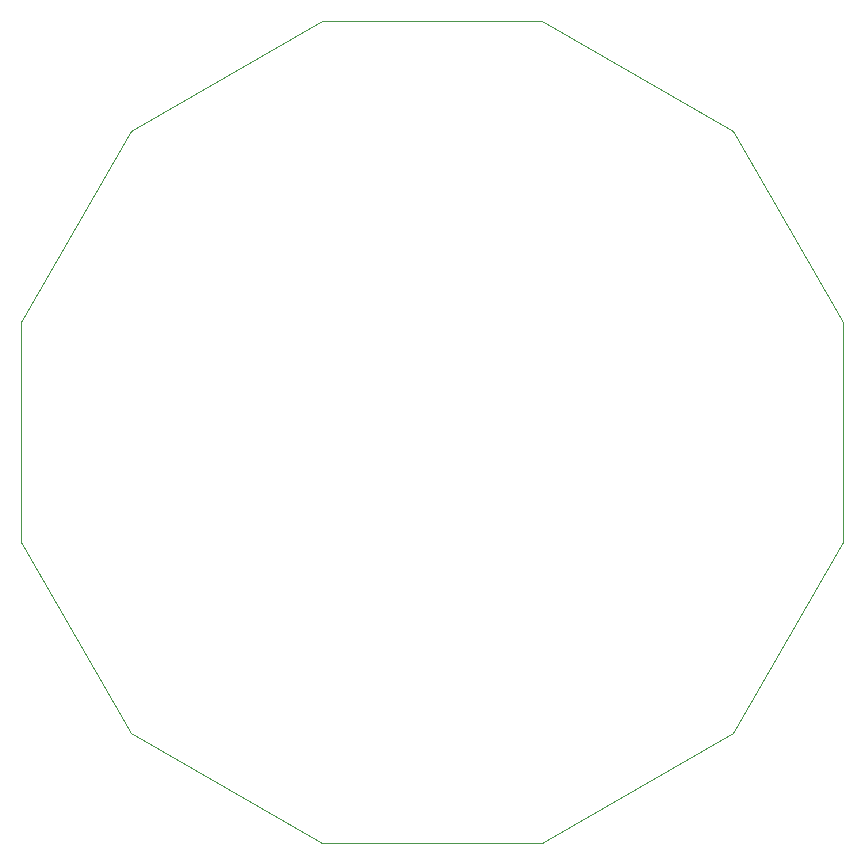
<source format=gbr>
%TF.GenerationSoftware,KiCad,Pcbnew,8.0.3*%
%TF.CreationDate,2024-08-19T15:25:54-04:00*%
%TF.ProjectId,vibrometer_h7,76696272-6f6d-4657-9465-725f68372e6b,rev?*%
%TF.SameCoordinates,Original*%
%TF.FileFunction,Profile,NP*%
%FSLAX46Y46*%
G04 Gerber Fmt 4.6, Leading zero omitted, Abs format (unit mm)*
G04 Created by KiCad (PCBNEW 8.0.3) date 2024-08-19 15:25:54*
%MOMM*%
%LPD*%
G01*
G04 APERTURE LIST*
%TA.AperFunction,Profile*%
%ADD10C,0.100000*%
%TD*%
G04 APERTURE END LIST*
D10*
X175455845Y-125455844D02*
X159317486Y-134773330D01*
X140682514Y-65226670D02*
X159317486Y-65226670D01*
X115226670Y-109317486D02*
X115226670Y-90682514D01*
X159317486Y-134773330D02*
X140682514Y-134773330D01*
X124544155Y-74544156D02*
X140682514Y-65226670D01*
X175455844Y-74544155D02*
X184773330Y-90682514D01*
X124544156Y-125455845D02*
X115226670Y-109317486D01*
X159317485Y-65226670D02*
X175455844Y-74544156D01*
X115226670Y-90682515D02*
X124544156Y-74544156D01*
X140682514Y-134773330D02*
X124544156Y-125455844D01*
X184773330Y-90682514D02*
X184773330Y-109317486D01*
X184773330Y-109317485D02*
X175455844Y-125455844D01*
M02*

</source>
